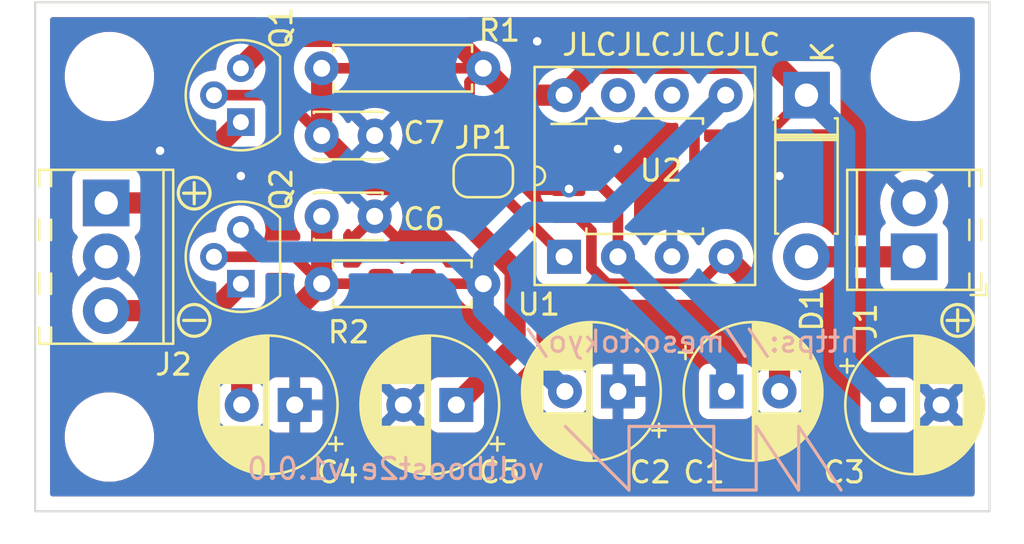
<source format=kicad_pcb>
(kicad_pcb (version 20211014) (generator pcbnew)
  (layers (0 "F.Cu" signal) (31 "B.Cu" signal) (34 "B.Paste" user) (35 "F.Paste" user) (36 "B.SilkS" user "B.Silkscreen") (37 "F.SilkS" user "F.Silkscreen") (38 "B.Mask" user) (39 "F.Mask" user) (44 "Edge.Cuts" user))
  (net 0 "")
  (net 1 "Net-(C1-Pad1)")
  (net 2 "Net-(C1-Pad2)")
  (net 3 "GND")
  (net 4 "Net-(C2-Pad2)")
  (net 5 "+VDC")
  (net 6 "Net-(C4-Pad2)")
  (net 7 "Net-(C5-Pad1)")
  (net 8 "Vout_pos")
  (net 9 "Vout_neg")
  (net 10 "Net-(JP1-Pad2)")
  (net 13 "Net-(C3-Pad1)")
  (footprint "TerminalBlock_Phoenix:TerminalBlock_Phoenix_MPT-0,5-2-2.54_1x02_P2.54mm_Horizontal" (layer "F.Cu") (at 148.6575 97.1535 90)
    (fp_text reference "J1" (at -3.048 -2.286 90) (layer "F.SilkS"))
    (fp_text value "Screw_Terminal_01x02")
    (pad "1" thru_hole rect (at 0 0 90) (size 2.2 2.2) (drill 1.1) (layers *.Cu *.Mask) (net 5 "+VDC"))
    (pad "2" thru_hole circle (at 2.54 0 90) (size 2.2 2.2) (drill 1.1) (layers *.Cu *.Mask) (net 3 "GND"))
  )
  (footprint "ak_misc:R_Axial_DIN0207_L6.3mm_D2.5mm_P7.62mm_with_SMD" (layer "F.Cu") (at 120.7175 98.4235)
    (fp_text reference "R2" (at 1.27 2.286) (layer "F.SilkS"))
    (fp_text value "R")
    (pad "1" smd roundrect (at 2.794 0) (size 1.2 1.4) (layers "F.Cu" "F.Paste" "F.Mask") (roundrect_rratio 0.2083333333) (net 6 "Net-(C4-Pad2)"))
    (pad "1" smd rect (at 1.5 0) (size 2 0.5) (layers "F.Cu" "F.Paste") (net 6 "Net-(C4-Pad2)"))
    (pad "1" thru_hole circle (at 0 0) (size 1.6 1.6) (drill 0.8) (layers *.Cu *.Mask) (net 6 "Net-(C4-Pad2)"))
    (pad "2" thru_hole oval (at 7.62 0) (size 1.6 1.6) (drill 0.8) (layers *.Cu *.Mask) (net 4 "Net-(C2-Pad2)"))
    (pad "2" smd roundrect (at 4.794 0) (size 1.2 1.4) (layers "F.Cu" "F.Paste" "F.Mask") (roundrect_rratio 0.2083333333) (net 4 "Net-(C2-Pad2)"))
    (pad "2" smd rect (at 6 0) (size 2 0.5) (layers "F.Cu" "F.Paste") (net 4 "Net-(C2-Pad2)"))
  )
  (footprint "ak_misc:R_Axial_DIN0207_L6.3mm_D2.5mm_P7.62mm_with_SMD" (layer "F.Cu") (at 128.3375 88.2635 180)
    (fp_text reference "R1" (at -0.762 1.778) (layer "F.SilkS"))
    (fp_text value "R")
    (pad "1" thru_hole circle (at 0 0 180) (size 1.6 1.6) (drill 0.8) (layers *.Cu *.Mask) (net 13 "Net-(C3-Pad1)"))
    (pad "1" smd roundrect (at 2.794 0 180) (size 1.2 1.4) (layers "F.Cu" "F.Paste" "F.Mask") (roundrect_rratio 0.2083333333) (net 13 "Net-(C3-Pad1)"))
    (pad "1" smd rect (at 1.5 0 180) (size 2 0.5) (layers "F.Cu" "F.Paste") (net 13 "Net-(C3-Pad1)"))
    (pad "2" smd rect (at 6 0 180) (size 2 0.5) (layers "F.Cu" "F.Paste") (net 7 "Net-(C5-Pad1)"))
    (pad "2" smd roundrect (at 4.794 0 180) (size 1.2 1.4) (layers "F.Cu" "F.Paste" "F.Mask") (roundrect_rratio 0.2083333333) (net 7 "Net-(C5-Pad1)"))
    (pad "2" thru_hole oval (at 7.62 0 180) (size 1.6 1.6) (drill 0.8) (layers *.Cu *.Mask) (net 7 "Net-(C5-Pad1)"))
  )
  (footprint "MountingHole:MountingHole_3.2mm_M3" (layer "F.Cu") (at 110.7075 88.6535)
    (fp_text reference "H3" hide)
    (fp_text value "MountingHole")
    (pad "" np_thru_hole circle (at 0 0) (size 3.2 3.2) (drill 3.2) (layers *.Cu *.Mask))
  )
  (footprint "Capacitor_THT:C_Disc_D3.0mm_W2.0mm_P2.50mm" (layer "F.Cu") (at 120.7175 91.4385)
    (fp_text reference "C7" (at 4.826 -0.127) (layer "F.SilkS"))
    (fp_text value "0.1u")
    (pad "1" thru_hole circle (at 0 0) (size 1.6 1.6) (drill 0.8) (layers *.Cu *.Mask) (net 7 "Net-(C5-Pad1)"))
    (pad "2" thru_hole circle (at 2.5 0) (size 1.6 1.6) (drill 0.8) (layers *.Cu *.Mask) (net 3 "GND"))
  )
  (footprint "Capacitor_THT:CP_Radial_D6.3mm_P2.50mm" (layer "F.Cu") (at 139.8075 103.5035)
    (fp_text reference "C1" (at -1.056 3.81) (layer "F.SilkS"))
    (fp_text value "10u")
    (pad "1" thru_hole rect (at 0 0) (size 1.6 1.6) (drill 0.8) (layers *.Cu *.Mask) (net 1 "Net-(C1-Pad1)"))
    (pad "2" thru_hole circle (at 2.5 0) (size 1.6 1.6) (drill 0.8) (layers *.Cu *.Mask) (net 2 "Net-(C1-Pad2)"))
  )
  (footprint "Capacitor_THT:CP_Radial_D6.3mm_P2.50mm" (layer "F.Cu") (at 134.6875 103.5035 180)
    (fp_text reference "C2" (at -1.524 -3.81 180) (layer "F.SilkS"))
    (fp_text value "10u")
    (pad "1" thru_hole rect (at 0 0 180) (size 1.6 1.6) (drill 0.8) (layers *.Cu *.Mask) (net 3 "GND"))
    (pad "2" thru_hole circle (at 2.5 0 180) (size 1.6 1.6) (drill 0.8) (layers *.Cu *.Mask) (net 4 "Net-(C2-Pad2)"))
  )
  (footprint "Package_TO_SOT_THT:TO-92" (layer "F.Cu") (at 116.9075 98.4235 90)
    (fp_text reference "Q2" (at 4.445 1.905 90) (layer "F.SilkS"))
    (fp_text value "2N3906")
    (pad "1" thru_hole rect (at 0 0 90) (size 1.3 1.3) (drill 0.75) (layers *.Cu *.Mask) (net 9 "Vout_neg"))
    (pad "2" thru_hole circle (at 1.27 -1.27 90) (size 1.3 1.3) (drill 0.75) (layers *.Cu *.Mask) (net 6 "Net-(C4-Pad2)"))
    (pad "3" thru_hole circle (at 2.54 0 90) (size 1.3 1.3) (drill 0.75) (layers *.Cu *.Mask) (net 4 "Net-(C2-Pad2)"))
  )
  (footprint "Package_SO:SOP-8_5.28x5.23mm_P1.27mm" (layer "F.Cu") (at 135.9475 93.3535)
    (fp_text reference "U2" (at 0.772 -0.264) (layer "F.SilkS"))
    (fp_text value "LTC1044")
    (pad "1" smd roundrect (at -3.6 -1.905) (size 1.6 0.6) (layers "F.Cu" "F.Paste" "F.Mask") (net 10 "Net-(JP1-Pad2)"))
    (pad "2" smd roundrect (at -3.6 -0.635) (size 1.6 0.6) (layers "F.Cu" "F.Paste" "F.Mask") (net 1 "Net-(C1-Pad1)"))
    (pad "3" smd roundrect (at -3.6 0.635) (size 1.6 0.6) (layers "F.Cu" "F.Paste" "F.Mask") (net 3 "GND"))
    (pad "4" smd roundrect (at -3.6 1.905) (size 1.6 0.6) (layers "F.Cu" "F.Paste" "F.Mask") (net 2 "Net-(C1-Pad2)"))
    (pad "5" smd roundrect (at 3.6 1.905) (size 1.6 0.6) (layers "F.Cu" "F.Paste" "F.Mask") (net 4 "Net-(C2-Pad2)"))
    (pad "6" smd roundrect (at 3.6 0.635) (size 1.6 0.6) (layers "F.Cu" "F.Paste" "F.Mask"))
    (pad "7" smd roundrect (at 3.6 -0.635) (size 1.6 0.6) (layers "F.Cu" "F.Paste" "F.Mask"))
    (pad "8" smd roundrect (at 3.6 -1.905) (size 1.6 0.6) (layers "F.Cu" "F.Paste" "F.Mask") (net 13 "Net-(C3-Pad1)"))
  )
  (footprint "Capacitor_THT:CP_Radial_D6.3mm_P2.50mm" (layer "F.Cu") (at 147.4275 104.1385)
    (fp_text reference "C3" (at -2.072 3.175) (layer "F.SilkS"))
    (fp_text value "10u")
    (pad "1" thru_hole rect (at 0 0) (size 1.6 1.6) (drill 0.8) (layers *.Cu *.Mask) (net 13 "Net-(C3-Pad1)"))
    (pad "2" thru_hole circle (at 2.5 0) (size 1.6 1.6) (drill 0.8) (layers *.Cu *.Mask) (net 3 "GND"))
  )
  (footprint "Package_TO_SOT_THT:TO-92" (layer "F.Cu") (at 116.9075 90.8035 90)
    (fp_text reference "Q1" (at 4.445 1.905 90) (layer "F.SilkS"))
    (fp_text value "2N3904")
    (pad "1" thru_hole rect (at 0 0 90) (size 1.3 1.3) (drill 0.75) (layers *.Cu *.Mask) (net 8 "Vout_pos"))
    (pad "2" thru_hole circle (at 1.27 -1.27 90) (size 1.3 1.3) (drill 0.75) (layers *.Cu *.Mask) (net 7 "Net-(C5-Pad1)"))
    (pad "3" thru_hole circle (at 2.54 0 90) (size 1.3 1.3) (drill 0.75) (layers *.Cu *.Mask) (net 13 "Net-(C3-Pad1)"))
  )
  (footprint "Capacitor_THT:CP_Radial_D6.3mm_P2.50mm" (layer "F.Cu") (at 127.0675 104.1385 180)
    (fp_text reference "C5" (at -2.032 -3.175) (layer "F.SilkS"))
    (fp_text value "10u")
    (pad "1" thru_hole rect (at 0 0 180) (size 1.6 1.6) (drill 0.8) (layers *.Cu *.Mask) (net 7 "Net-(C5-Pad1)"))
    (pad "2" thru_hole circle (at 2.5 0 180) (size 1.6 1.6) (drill 0.8) (layers *.Cu *.Mask) (net 3 "GND"))
  )
  (footprint "Diode_THT:D_DO-41_SOD81_P7.62mm_Horizontal" (layer "F.Cu") (at 143.5775 89.5335 -90)
    (fp_text reference "D1" (at 10.16 -0.254 90) (layer "F.SilkS"))
    (fp_text value "D_Schottky")
    (fp_text user "K" (at -2.032 -0.762 90) (layer "F.SilkS"))
    (pad "1" thru_hole rect (at 0 0 270) (size 2.2 2.2) (drill 1.1) (layers *.Cu *.Mask) (net 13 "Net-(C3-Pad1)"))
    (pad "2" thru_hole oval (at 7.62 0 270) (size 2.2 2.2) (drill 1.1) (layers *.Cu *.Mask) (net 5 "+VDC"))
  )
  (footprint "TerminalBlock_Phoenix:TerminalBlock_Phoenix_MPT-0,5-3-2.54_1x03_P2.54mm_Horizontal" (layer "F.Cu") (at 110.5575 94.6135 -90)
    (fp_text reference "J2" (at 7.62 -3.175) (layer "F.SilkS"))
    (fp_text value "Screw_Terminal_01x03")
    (pad "1" thru_hole rect (at 0 0 270) (size 2.2 2.2) (drill 1.1) (layers *.Cu *.Mask) (net 8 "Vout_pos"))
    (pad "2" thru_hole circle (at 2.54 0 270) (size 2.2 2.2) (drill 1.1) (layers *.Cu *.Mask) (net 3 "GND"))
    (pad "3" thru_hole circle (at 5.08 0 270) (size 2.2 2.2) (drill 1.1) (layers *.Cu *.Mask) (net 9 "Vout_neg"))
  )
  (footprint "Capacitor_THT:C_Disc_D3.0mm_W2.0mm_P2.50mm" (layer "F.Cu") (at 123.2175 95.2485 180)
    (fp_text reference "C6" (at -2.326 -0.127) (layer "F.SilkS"))
    (fp_text value "0.1u")
    (pad "1" thru_hole circle (at 0 0 180) (size 1.6 1.6) (drill 0.8) (layers *.Cu *.Mask) (net 3 "GND"))
    (pad "2" thru_hole circle (at 2.5 0 180) (size 1.6 1.6) (drill 0.8) (layers *.Cu *.Mask) (net 6 "Net-(C4-Pad2)"))
  )
  (footprint "MountingHole:MountingHole_3.2mm_M3" (layer "F.Cu") (at 148.7075 88.6535)
    (fp_text reference "H1" hide)
    (fp_text value "MountingHole")
    (pad "" np_thru_hole circle (at 0 0) (size 3.2 3.2) (drill 3.2) (layers *.Cu *.Mask))
  )
  (footprint "Package_DIP:DIP-8_W7.62mm_Socket" (layer "F.Cu") (at 132.1475 97.1535 90)
    (fp_text reference "U1" (at -2.25 -1.19 180) (layer "F.SilkS"))
    (fp_text value "LTC1044")
    (pad "1" thru_hole rect (at 0 0 90) (size 1.6 1.6) (drill 0.8) (layers *.Cu *.Mask) (net 10 "Net-(JP1-Pad2)"))
    (pad "2" thru_hole oval (at 0 2.54 90) (size 1.6 1.6) (drill 0.8) (layers *.Cu *.Mask) (net 1 "Net-(C1-Pad1)"))
    (pad "3" thru_hole oval (at 0 5.08 90) (size 1.6 1.6) (drill 0.8) (layers *.Cu *.Mask) (net 3 "GND"))
    (pad "4" thru_hole oval (at 0 7.62 90) (size 1.6 1.6) (drill 0.8) (layers *.Cu *.Mask) (net 2 "Net-(C1-Pad2)"))
    (pad "5" thru_hole oval (at 7.62 7.62 90) (size 1.6 1.6) (drill 0.8) (layers *.Cu *.Mask) (net 4 "Net-(C2-Pad2)"))
    (pad "6" thru_hole oval (at 7.62 5.08 90) (size 1.6 1.6) (drill 0.8) (layers *.Cu *.Mask))
    (pad "7" thru_hole oval (at 7.62 2.54 90) (size 1.6 1.6) (drill 0.8) (layers *.Cu *.Mask))
    (pad "8" thru_hole oval (at 7.62 0 90) (size 1.6 1.6) (drill 0.8) (layers *.Cu *.Mask) (net 13 "Net-(C3-Pad1)"))
  )
  (footprint "Jumper:SolderJumper-2_P1.3mm_Open_RoundedPad1.0x1.5mm" (layer "F.Cu") (at 128.3375 93.3435)
    (fp_text reference "JP1" (at 0 -1.8) (layer "F.SilkS"))
    (fp_text value "Boost")
    (pad "1" smd custom (at -0.65 0) (size 1 0.5) (layers "F.Cu" "F.Mask") (net 13 "Net-(C3-Pad1)") (options (clearance outline) (anchor rect)) (primitives (gr_circle (center 0 0.25) (end 0.5 0.25) (width 0) (fill yes)) (gr_circle (center 0 -0.25) (end 0.5 -0.25) (width 0) (fill yes)) (gr_poly (pts (xy 0.5 0.75) (xy 0 0.75) (xy 0 -0.75) (xy 0.5 -0.75)) (width 0) (fill yes))))
    (pad "2" smd custom (at 0.65 0) (size 1 0.5) (layers "F.Cu" "F.Mask") (net 10 "Net-(JP1-Pad2)") (options (clearance outline) (anchor rect)) (primitives (gr_circle (center 0 0.25) (end 0.5 0.25) (width 0) (fill yes)) (gr_circle (center 0 -0.25) (end 0.5 -0.25) (width 0) (fill yes)) (gr_poly (pts (xy 0 0.75) (xy -0.5 0.75) (xy -0.5 -0.75) (xy 0 -0.75)) (width 0) (fill yes))))
  )
  (footprint "Capacitor_THT:CP_Radial_D6.3mm_P2.50mm" (layer "F.Cu") (at 119.4475 104.1385 180)
    (fp_text reference "C4" (at -2.032 -3.175 180) (layer "F.SilkS"))
    (fp_text value "10u")
    (pad "1" thru_hole rect (at 0 0 180) (size 1.6 1.6) (drill 0.8) (layers *.Cu *.Mask) (net 3 "GND"))
    (pad "2" thru_hole circle (at 2.5 0 180) (size 1.6 1.6) (drill 0.8) (layers *.Cu *.Mask) (net 6 "Net-(C4-Pad2)"))
  )
  (footprint "MountingHole:MountingHole_3.2mm_M3" (layer "F.Cu") (at 110.7075 105.6535)
    (fp_text reference "H2" hide)
    (fp_text value "MountingHole")
    (pad "" np_thru_hole circle (at 0 0) (size 3.2 3.2) (drill 3.2) (layers *.Cu *.Mask))
  )
  (gr_line (start 139.2075 105.1535) (end 138.2075 105.1535) (layer "B.SilkS") (width 0.15))
  (gr_line (start 135.2075 105.1535) (end 135.2075 108.1535) (layer "B.SilkS") (width 0.15))
  (gr_line (start 145.2075 108.1535) (end 143.2075 105.1535) (layer "B.SilkS") (width 0.15))
  (gr_line (start 141.2075 105.1535) (end 141.2075 108.1535) (layer "B.SilkS") (width 0.15))
  (gr_line (start 143.2075 105.1535) (end 143.2075 108.1535) (layer "B.SilkS") (width 0.15))
  (gr_line (start 140.2075 108.1535) (end 139.2075 108.1535) (layer "B.SilkS") (width 0.15))
  (gr_line (start 139.2075 108.1535) (end 139.2075 105.1535) (layer "B.SilkS") (width 0.15))
  (gr_line (start 138.2075 105.1535) (end 135.2075 105.1535) (layer "B.SilkS") (width 0.15))
  (gr_line (start 141.2075 108.1535) (end 140.2075 108.1535) (layer "B.SilkS") (width 0.15))
  (gr_line (start 143.2075 108.1535) (end 141.2075 105.1535) (layer "B.SilkS") (width 0.15))
  (gr_line (start 135.2075 108.1535) (end 132.2075 105.1535) (layer "B.SilkS") (width 0.15))
  (gr_circle (center 150.7075 100.1535) (end 151.4575 100.1535) (layer "F.SilkS") (width 0.15) (fill none))
  (gr_line (start 151.2075 100.1535) (end 150.2075 100.1535) (layer "F.SilkS") (width 0.15))
  (gr_line (start 114.2075 100.1535) (end 115.2075 100.1535) (layer "F.SilkS") (width 0.15))
  (gr_circle (center 114.7075 94.1535) (end 115.4575 94.1535) (layer "F.SilkS") (width 0.15) (fill none))
  (gr_line (start 114.7075 93.6535) (end 114.7075 94.6535) (layer "F.SilkS") (width 0.15))
  (gr_line (start 150.7075 99.6535) (end 150.7075 100.6535) (layer "F.SilkS") (width 0.15))
  (gr_circle (center 114.7075 100.1535) (end 115.4575 100.1535) (layer "F.SilkS") (width 0.15) (fill none))
  (gr_line (start 114.2075 94.1535) (end 115.2075 94.1535) (layer "F.SilkS") (width 0.15))
  (gr_rect (start 107.2075 109.1535) (end 152.2075 85.1535) (layer "Edge.Cuts") (width 0.1) (fill none))
  (gr_text "https://meso.tokyo/" (at 138.2075 101.1535) (layer "B.SilkS") (effects (font (size 1 1)) (justify mirror)))
  (gr_text "voltboost2e v1.0.0" (at 124.2075 107.1535) (layer "B.SilkS") (effects (font (size 1 1)) (justify mirror)))
  (gr_text "JLCJLCJLCJLC" (at 137.2075 87.1535) (layer "F.SilkS") (effects (font (size 1 1))))
  (segment (start 134.6875 94.6135) (end 134.6875 97.1535) (width 0.5) (layer "F.Cu") (net 1))
  (segment (start 132.3475 92.7185) (end 132.7925 92.7185) (width 0.5) (layer "F.Cu") (net 1))
  (segment (start 132.7925 92.7185) (end 134.6875 94.6135) (width 0.5) (layer "F.Cu") (net 1))
  (segment (start 139.8075 103.5035) (end 139.8075 102.2735) (width 1) (layer "B.Cu") (net 1))
  (segment (start 139.8075 102.2735) (end 134.6875 97.1535) (width 1) (layer "B.Cu") (net 1))
  (segment (start 142.3075 99.6935) (end 139.7675 97.1535) (width 1) (layer "F.Cu") (net 2))
  (segment (start 132.7525 95.2585) (end 133.4375 95.9435) (width 0.5) (layer "F.Cu") (net 2))
  (segment (start 134.189733 98.4235) (end 138.4975 98.4235) (width 0.5) (layer "F.Cu") (net 2))
  (segment (start 133.4375 97.671267) (end 134.189733 98.4235) (width 0.5) (layer "F.Cu") (net 2))
  (segment (start 133.4375 95.9435) (end 133.4375 97.671267) (width 0.5) (layer "F.Cu") (net 2))
  (segment (start 138.4975 98.4235) (end 139.7675 97.1535) (width 0.5) (layer "F.Cu") (net 2))
  (segment (start 132.3475 95.2585) (end 132.7525 95.2585) (width 0.5) (layer "F.Cu") (net 2))
  (segment (start 142.3075 103.5035) (end 142.3075 99.6935) (width 1) (layer "F.Cu") (net 2))
  (via (at 134.6875 92.0735) (size 0.8) (drill 0.4) (layers "F.Cu" "B.Cu") (net 3))
  (via (at 142.3075 93.3435) (size 0.8) (drill 0.4) (layers "F.Cu" "B.Cu") (net 3))
  (via (at 132.3775 93.9535) (size 0.8) (drill 0.4) (layers "F.Cu" "B.Cu") (net 3))
  (via (at 130.8775 86.9935) (size 0.8) (drill 0.4) (layers "F.Cu" "B.Cu") (net 3))
  (via (at 116.9075 93.3435) (size 0.8) (drill 0.4) (layers "F.Cu" "B.Cu") (net 3))
  (via (at 113.0975 92.1535) (size 0.8) (drill 0.4) (layers "F.Cu" "B.Cu") (net 3))
  (segment (start 138.2975 94.387028) (end 138.2975 91.0035) (width 0.5) (layer "F.Cu") (net 4))
  (segment (start 139.168972 95.2585) (end 138.2975 94.387028) (width 0.5) (layer "F.Cu") (net 4))
  (segment (start 138.2975 91.0035) (end 139.7675 89.5335) (width 0.5) (layer "F.Cu") (net 4))
  (segment (start 139.5475 95.2585) (end 139.168972 95.2585) (width 0.5) (layer "F.Cu") (net 4))
  (segment (start 128.3375 98.4235) (end 126.8375 96.9235) (width 1) (layer "B.Cu") (net 4))
  (segment (start 128.3375 99.6535) (end 132.1875 103.5035) (width 1) (layer "B.Cu") (net 4))
  (segment (start 128.3375 97.29213) (end 130.57613 95.0535) (width 1) (layer "B.Cu") (net 4))
  (segment (start 134.2475 95.0535) (end 139.7675 89.5335) (width 1) (layer "B.Cu") (net 4))
  (segment (start 128.3375 98.4235) (end 128.3375 99.6535) (width 1) (layer "B.Cu") (net 4))
  (segment (start 126.8375 96.9235) (end 117.9475 96.9235) (width 1) (layer "B.Cu") (net 4))
  (segment (start 130.57613 95.0535) (end 134.2475 95.0535) (width 1) (layer "B.Cu") (net 4))
  (segment (start 128.3375 98.4235) (end 128.3375 97.29213) (width 1) (layer "B.Cu") (net 4))
  (segment (start 117.9475 96.9235) (end 116.9075 95.8835) (width 1) (layer "B.Cu") (net 4))
  (segment (start 143.5775 97.1535) (end 148.6575 97.1535) (width 1) (layer "F.Cu") (net 5))
  (segment (start 115.6375 97.1535) (end 119.4475 97.1535) (width 0.5) (layer "F.Cu") (net 6))
  (segment (start 119.4475 97.1535) (end 120.7175 98.4235) (width 0.5) (layer "F.Cu") (net 6))
  (segment (start 120.7175 95.2485) (end 120.7175 98.4235) (width 1) (layer "F.Cu") (net 6))
  (segment (start 116.9475 104.1385) (end 116.9475 102.1935) (width 1) (layer "F.Cu") (net 6))
  (segment (start 116.9475 102.1935) (end 120.7175 98.4235) (width 1) (layer "F.Cu") (net 6))
  (segment (start 120.7175 88.2635) (end 120.7175 91.4385) (width 1) (layer "F.Cu") (net 7))
  (segment (start 125.783821 93.7485) (end 129.8375 97.802179) (width 1) (layer "F.Cu") (net 7))
  (segment (start 129.8375 101.3685) (end 127.0675 104.1385) (width 1) (layer "F.Cu") (net 7))
  (segment (start 129.8375 97.802179) (end 129.8375 101.3685) (width 1) (layer "F.Cu") (net 7))
  (segment (start 115.6375 89.5335) (end 118.8125 89.5335) (width 0.5) (layer "F.Cu") (net 7))
  (segment (start 123.0275 93.7485) (end 125.783821 93.7485) (width 1) (layer "F.Cu") (net 7))
  (segment (start 120.7175 91.4385) (end 123.0275 93.7485) (width 1) (layer "F.Cu") (net 7))
  (segment (start 118.8125 89.5335) (end 120.7175 91.4385) (width 0.5) (layer "F.Cu") (net 7))
  (segment (start 113.0975 94.6135) (end 110.5575 94.6135) (width 1) (layer "F.Cu") (net 8))
  (segment (start 116.9075 90.8035) (end 113.0975 94.6135) (width 1) (layer "F.Cu") (net 8))
  (segment (start 115.6375 99.6935) (end 116.9075 98.4235) (width 1) (layer "F.Cu") (net 9))
  (segment (start 110.5575 99.6935) (end 115.6375 99.6935) (width 1) (layer "F.Cu") (net 9))
  (segment (start 128.9875 93.9935) (end 128.9875 93.3435) (width 0.5) (layer "F.Cu") (net 10))
  (segment (start 132.3475 91.4485) (end 130.8825 91.4485) (width 0.5) (layer "F.Cu") (net 10))
  (segment (start 132.1475 97.1535) (end 128.9875 93.9935) (width 0.5) (layer "F.Cu") (net 10))
  (segment (start 130.8825 91.4485) (end 128.9875 93.3435) (width 0.5) (layer "F.Cu") (net 10))
  (segment (start 129.6075 89.5335) (end 128.3375 88.2635) (width 1) (layer "F.Cu") (net 13))
  (segment (start 118.4075 86.7635) (end 126.8375 86.7635) (width 1) (layer "F.Cu") (net 13))
  (segment (start 127.6875 88.9135) (end 128.3375 88.2635) (width 0.5) (layer "F.Cu") (net 13))
  (segment (start 139.5475 91.4485) (end 141.6625 91.4485) (width 0.5) (layer "F.Cu") (net 13))
  (segment (start 116.9075 88.2635) (end 118.4075 86.7635) (width 1) (layer "F.Cu") (net 13))
  (segment (start 143.5775 89.5335) (end 142.0775 88.0335) (width 1) (layer "F.Cu") (net 13))
  (segment (start 127.6875 93.3435) (end 127.6875 88.9135) (width 0.5) (layer "F.Cu") (net 13))
  (segment (start 133.6475 88.0335) (end 132.1475 89.5335) (width 1) (layer "F.Cu") (net 13))
  (segment (start 141.6625 91.4485) (end 143.5775 89.5335) (width 0.5) (layer "F.Cu") (net 13))
  (segment (start 126.8375 86.7635) (end 128.3375 88.2635) (width 1) (layer "F.Cu") (net 13))
  (segment (start 142.0775 88.0335) (end 133.6475 88.0335) (width 1) (layer "F.Cu") (net 13))
  (segment (start 132.1475 89.5335) (end 129.6075 89.5335) (width 1) (layer "F.Cu") (net 13))
  (segment (start 147.4275 104.1385) (end 145.3775 102.0885) (width 1) (layer "B.Cu") (net 13))
  (segment (start 145.3775 102.0885) (end 145.3775 91.3335) (width 1) (layer "B.Cu") (net 13))
  (segment (start 145.3775 91.3335) (end 143.5775 89.5335) (width 1) (layer "B.Cu") (net 13))
  (zone (net 3) (net_name "GND") (layer "F.Cu") (connect_pads (clearance 0.508)) (min_thickness 0.254) (fill yes (thermal_gap 0.508) (thermal_bridge_width 0.508))
    (polygon (pts (xy 152.2075 109.1535) (xy 107.2075 109.1535) (xy 107.2075 85.1535) (xy 152.2075 85.1535)))
  )
  (zone (net 3) (net_name "GND") (layer "B.Cu") (connect_pads (clearance 0.508)) (min_thickness 0.254) (fill yes (thermal_gap 0.508) (thermal_bridge_width 0.508))
    (polygon (pts (xy 152.2075 109.1535) (xy 107.2075 109.1535) (xy 107.2075 85.1535) (xy 152.2075 85.1535)))
  )
)
</source>
